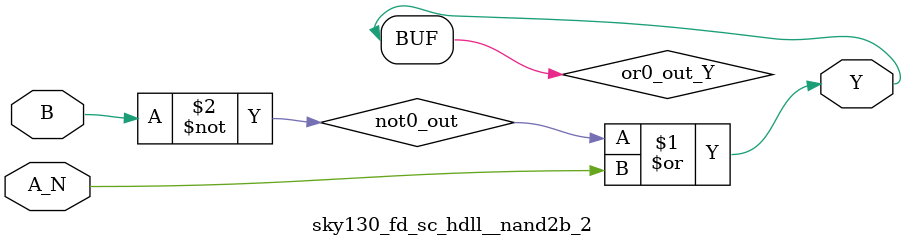
<source format=v>
/*
 * Copyright 2020 The SkyWater PDK Authors
 *
 * Licensed under the Apache License, Version 2.0 (the "License");
 * you may not use this file except in compliance with the License.
 * You may obtain a copy of the License at
 *
 *     https://www.apache.org/licenses/LICENSE-2.0
 *
 * Unless required by applicable law or agreed to in writing, software
 * distributed under the License is distributed on an "AS IS" BASIS,
 * WITHOUT WARRANTIES OR CONDITIONS OF ANY KIND, either express or implied.
 * See the License for the specific language governing permissions and
 * limitations under the License.
 *
 * SPDX-License-Identifier: Apache-2.0
*/


`ifndef SKY130_FD_SC_HDLL__NAND2B_2_FUNCTIONAL_V
`define SKY130_FD_SC_HDLL__NAND2B_2_FUNCTIONAL_V

/**
 * nand2b: 2-input NAND, first input inverted.
 *
 * Verilog simulation functional model.
 */

`timescale 1ns / 1ps
`default_nettype none

`celldefine
module sky130_fd_sc_hdll__nand2b_2 (
    Y  ,
    A_N,
    B
);

    // Module ports
    output Y  ;
    input  A_N;
    input  B  ;

    // Local signals
    wire not0_out ;
    wire or0_out_Y;

    //  Name  Output     Other arguments
    not not0 (not0_out , B              );
    or  or0  (or0_out_Y, not0_out, A_N  );
    buf buf0 (Y        , or0_out_Y      );

endmodule
`endcelldefine

`default_nettype wire
`endif  // SKY130_FD_SC_HDLL__NAND2B_2_FUNCTIONAL_V

</source>
